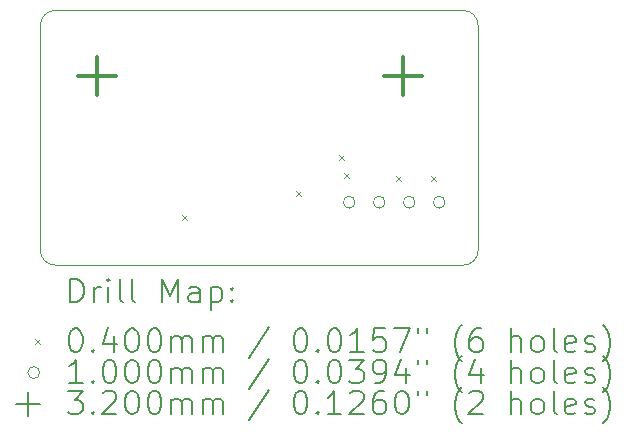
<source format=gbr>
%TF.GenerationSoftware,KiCad,Pcbnew,(6.0.8)*%
%TF.CreationDate,2023-02-11T17:00:48+01:00*%
%TF.ProjectId,BTS50010_TestBoard,42545335-3030-4313-905f-54657374426f,rev?*%
%TF.SameCoordinates,Original*%
%TF.FileFunction,Drillmap*%
%TF.FilePolarity,Positive*%
%FSLAX45Y45*%
G04 Gerber Fmt 4.5, Leading zero omitted, Abs format (unit mm)*
G04 Created by KiCad (PCBNEW (6.0.8)) date 2023-02-11 17:00:48*
%MOMM*%
%LPD*%
G01*
G04 APERTURE LIST*
%ADD10C,0.100000*%
%ADD11C,0.200000*%
%ADD12C,0.040000*%
%ADD13C,0.320000*%
G04 APERTURE END LIST*
D10*
X6781800Y-4572000D02*
X6780897Y-2667903D01*
X3201303Y-2540903D02*
X6653897Y-2540903D01*
X3074303Y-4571097D02*
X3074303Y-2667903D01*
X6654800Y-4699000D02*
X3201303Y-4698097D01*
X3201303Y-2540903D02*
G75*
G03*
X3074303Y-2667903I-3J-126997D01*
G01*
X3074303Y-4571097D02*
G75*
G03*
X3201303Y-4698097I126997J-3D01*
G01*
X6654800Y-4699000D02*
G75*
G03*
X6781800Y-4572000I0J127000D01*
G01*
X6780897Y-2667903D02*
G75*
G03*
X6653897Y-2540903I-126997J3D01*
G01*
D11*
D12*
X4272600Y-4272600D02*
X4312600Y-4312600D01*
X4312600Y-4272600D02*
X4272600Y-4312600D01*
X5237800Y-4069400D02*
X5277800Y-4109400D01*
X5277800Y-4069400D02*
X5237800Y-4109400D01*
X5606100Y-3764600D02*
X5646100Y-3804600D01*
X5646100Y-3764600D02*
X5606100Y-3804600D01*
X5644200Y-3917000D02*
X5684200Y-3957000D01*
X5684200Y-3917000D02*
X5644200Y-3957000D01*
X6088700Y-3942400D02*
X6128700Y-3982400D01*
X6128700Y-3942400D02*
X6088700Y-3982400D01*
X6380800Y-3942400D02*
X6420800Y-3982400D01*
X6420800Y-3942400D02*
X6380800Y-3982400D01*
D10*
X5739600Y-4165600D02*
G75*
G03*
X5739600Y-4165600I-50000J0D01*
G01*
X5993600Y-4165600D02*
G75*
G03*
X5993600Y-4165600I-50000J0D01*
G01*
X6247600Y-4165600D02*
G75*
G03*
X6247600Y-4165600I-50000J0D01*
G01*
X6501600Y-4165600D02*
G75*
G03*
X6501600Y-4165600I-50000J0D01*
G01*
D13*
X3556000Y-2938800D02*
X3556000Y-3258800D01*
X3396000Y-3098800D02*
X3716000Y-3098800D01*
X6146800Y-2938800D02*
X6146800Y-3258800D01*
X5986800Y-3098800D02*
X6306800Y-3098800D01*
D11*
X3326922Y-5014476D02*
X3326922Y-4814476D01*
X3374541Y-4814476D01*
X3403112Y-4824000D01*
X3422160Y-4843048D01*
X3431683Y-4862095D01*
X3441207Y-4900190D01*
X3441207Y-4928762D01*
X3431683Y-4966857D01*
X3422160Y-4985905D01*
X3403112Y-5004952D01*
X3374541Y-5014476D01*
X3326922Y-5014476D01*
X3526922Y-5014476D02*
X3526922Y-4881143D01*
X3526922Y-4919238D02*
X3536445Y-4900190D01*
X3545969Y-4890667D01*
X3565017Y-4881143D01*
X3584064Y-4881143D01*
X3650731Y-5014476D02*
X3650731Y-4881143D01*
X3650731Y-4814476D02*
X3641207Y-4824000D01*
X3650731Y-4833524D01*
X3660255Y-4824000D01*
X3650731Y-4814476D01*
X3650731Y-4833524D01*
X3774541Y-5014476D02*
X3755493Y-5004952D01*
X3745969Y-4985905D01*
X3745969Y-4814476D01*
X3879303Y-5014476D02*
X3860255Y-5004952D01*
X3850731Y-4985905D01*
X3850731Y-4814476D01*
X4107874Y-5014476D02*
X4107874Y-4814476D01*
X4174541Y-4957333D01*
X4241207Y-4814476D01*
X4241207Y-5014476D01*
X4422160Y-5014476D02*
X4422160Y-4909714D01*
X4412636Y-4890667D01*
X4393588Y-4881143D01*
X4355493Y-4881143D01*
X4336445Y-4890667D01*
X4422160Y-5004952D02*
X4403112Y-5014476D01*
X4355493Y-5014476D01*
X4336445Y-5004952D01*
X4326922Y-4985905D01*
X4326922Y-4966857D01*
X4336445Y-4947810D01*
X4355493Y-4938286D01*
X4403112Y-4938286D01*
X4422160Y-4928762D01*
X4517398Y-4881143D02*
X4517398Y-5081143D01*
X4517398Y-4890667D02*
X4536445Y-4881143D01*
X4574541Y-4881143D01*
X4593588Y-4890667D01*
X4603112Y-4900190D01*
X4612636Y-4919238D01*
X4612636Y-4976381D01*
X4603112Y-4995429D01*
X4593588Y-5004952D01*
X4574541Y-5014476D01*
X4536445Y-5014476D01*
X4517398Y-5004952D01*
X4698350Y-4995429D02*
X4707874Y-5004952D01*
X4698350Y-5014476D01*
X4688826Y-5004952D01*
X4698350Y-4995429D01*
X4698350Y-5014476D01*
X4698350Y-4890667D02*
X4707874Y-4900190D01*
X4698350Y-4909714D01*
X4688826Y-4900190D01*
X4698350Y-4890667D01*
X4698350Y-4909714D01*
D12*
X3029303Y-5324000D02*
X3069303Y-5364000D01*
X3069303Y-5324000D02*
X3029303Y-5364000D01*
D11*
X3365017Y-5234476D02*
X3384064Y-5234476D01*
X3403112Y-5244000D01*
X3412636Y-5253524D01*
X3422160Y-5272571D01*
X3431683Y-5310667D01*
X3431683Y-5358286D01*
X3422160Y-5396381D01*
X3412636Y-5415429D01*
X3403112Y-5424952D01*
X3384064Y-5434476D01*
X3365017Y-5434476D01*
X3345969Y-5424952D01*
X3336445Y-5415429D01*
X3326922Y-5396381D01*
X3317398Y-5358286D01*
X3317398Y-5310667D01*
X3326922Y-5272571D01*
X3336445Y-5253524D01*
X3345969Y-5244000D01*
X3365017Y-5234476D01*
X3517398Y-5415429D02*
X3526922Y-5424952D01*
X3517398Y-5434476D01*
X3507874Y-5424952D01*
X3517398Y-5415429D01*
X3517398Y-5434476D01*
X3698350Y-5301143D02*
X3698350Y-5434476D01*
X3650731Y-5224952D02*
X3603112Y-5367810D01*
X3726922Y-5367810D01*
X3841207Y-5234476D02*
X3860255Y-5234476D01*
X3879303Y-5244000D01*
X3888826Y-5253524D01*
X3898350Y-5272571D01*
X3907874Y-5310667D01*
X3907874Y-5358286D01*
X3898350Y-5396381D01*
X3888826Y-5415429D01*
X3879303Y-5424952D01*
X3860255Y-5434476D01*
X3841207Y-5434476D01*
X3822160Y-5424952D01*
X3812636Y-5415429D01*
X3803112Y-5396381D01*
X3793588Y-5358286D01*
X3793588Y-5310667D01*
X3803112Y-5272571D01*
X3812636Y-5253524D01*
X3822160Y-5244000D01*
X3841207Y-5234476D01*
X4031683Y-5234476D02*
X4050731Y-5234476D01*
X4069779Y-5244000D01*
X4079303Y-5253524D01*
X4088826Y-5272571D01*
X4098350Y-5310667D01*
X4098350Y-5358286D01*
X4088826Y-5396381D01*
X4079303Y-5415429D01*
X4069779Y-5424952D01*
X4050731Y-5434476D01*
X4031683Y-5434476D01*
X4012636Y-5424952D01*
X4003112Y-5415429D01*
X3993588Y-5396381D01*
X3984064Y-5358286D01*
X3984064Y-5310667D01*
X3993588Y-5272571D01*
X4003112Y-5253524D01*
X4012636Y-5244000D01*
X4031683Y-5234476D01*
X4184064Y-5434476D02*
X4184064Y-5301143D01*
X4184064Y-5320190D02*
X4193588Y-5310667D01*
X4212636Y-5301143D01*
X4241207Y-5301143D01*
X4260255Y-5310667D01*
X4269779Y-5329714D01*
X4269779Y-5434476D01*
X4269779Y-5329714D02*
X4279303Y-5310667D01*
X4298350Y-5301143D01*
X4326922Y-5301143D01*
X4345969Y-5310667D01*
X4355493Y-5329714D01*
X4355493Y-5434476D01*
X4450731Y-5434476D02*
X4450731Y-5301143D01*
X4450731Y-5320190D02*
X4460255Y-5310667D01*
X4479303Y-5301143D01*
X4507874Y-5301143D01*
X4526922Y-5310667D01*
X4536445Y-5329714D01*
X4536445Y-5434476D01*
X4536445Y-5329714D02*
X4545969Y-5310667D01*
X4565017Y-5301143D01*
X4593588Y-5301143D01*
X4612636Y-5310667D01*
X4622160Y-5329714D01*
X4622160Y-5434476D01*
X5012636Y-5224952D02*
X4841207Y-5482095D01*
X5269779Y-5234476D02*
X5288826Y-5234476D01*
X5307874Y-5244000D01*
X5317398Y-5253524D01*
X5326922Y-5272571D01*
X5336445Y-5310667D01*
X5336445Y-5358286D01*
X5326922Y-5396381D01*
X5317398Y-5415429D01*
X5307874Y-5424952D01*
X5288826Y-5434476D01*
X5269779Y-5434476D01*
X5250731Y-5424952D01*
X5241207Y-5415429D01*
X5231684Y-5396381D01*
X5222160Y-5358286D01*
X5222160Y-5310667D01*
X5231684Y-5272571D01*
X5241207Y-5253524D01*
X5250731Y-5244000D01*
X5269779Y-5234476D01*
X5422160Y-5415429D02*
X5431684Y-5424952D01*
X5422160Y-5434476D01*
X5412636Y-5424952D01*
X5422160Y-5415429D01*
X5422160Y-5434476D01*
X5555493Y-5234476D02*
X5574541Y-5234476D01*
X5593588Y-5244000D01*
X5603112Y-5253524D01*
X5612636Y-5272571D01*
X5622160Y-5310667D01*
X5622160Y-5358286D01*
X5612636Y-5396381D01*
X5603112Y-5415429D01*
X5593588Y-5424952D01*
X5574541Y-5434476D01*
X5555493Y-5434476D01*
X5536445Y-5424952D01*
X5526922Y-5415429D01*
X5517398Y-5396381D01*
X5507874Y-5358286D01*
X5507874Y-5310667D01*
X5517398Y-5272571D01*
X5526922Y-5253524D01*
X5536445Y-5244000D01*
X5555493Y-5234476D01*
X5812636Y-5434476D02*
X5698350Y-5434476D01*
X5755493Y-5434476D02*
X5755493Y-5234476D01*
X5736445Y-5263048D01*
X5717398Y-5282095D01*
X5698350Y-5291619D01*
X5993588Y-5234476D02*
X5898350Y-5234476D01*
X5888826Y-5329714D01*
X5898350Y-5320190D01*
X5917398Y-5310667D01*
X5965017Y-5310667D01*
X5984064Y-5320190D01*
X5993588Y-5329714D01*
X6003112Y-5348762D01*
X6003112Y-5396381D01*
X5993588Y-5415429D01*
X5984064Y-5424952D01*
X5965017Y-5434476D01*
X5917398Y-5434476D01*
X5898350Y-5424952D01*
X5888826Y-5415429D01*
X6069779Y-5234476D02*
X6203112Y-5234476D01*
X6117398Y-5434476D01*
X6269779Y-5234476D02*
X6269779Y-5272571D01*
X6345969Y-5234476D02*
X6345969Y-5272571D01*
X6641207Y-5510667D02*
X6631683Y-5501143D01*
X6612636Y-5472571D01*
X6603112Y-5453524D01*
X6593588Y-5424952D01*
X6584064Y-5377333D01*
X6584064Y-5339238D01*
X6593588Y-5291619D01*
X6603112Y-5263048D01*
X6612636Y-5244000D01*
X6631683Y-5215429D01*
X6641207Y-5205905D01*
X6803112Y-5234476D02*
X6765017Y-5234476D01*
X6745969Y-5244000D01*
X6736445Y-5253524D01*
X6717398Y-5282095D01*
X6707874Y-5320190D01*
X6707874Y-5396381D01*
X6717398Y-5415429D01*
X6726922Y-5424952D01*
X6745969Y-5434476D01*
X6784064Y-5434476D01*
X6803112Y-5424952D01*
X6812636Y-5415429D01*
X6822160Y-5396381D01*
X6822160Y-5348762D01*
X6812636Y-5329714D01*
X6803112Y-5320190D01*
X6784064Y-5310667D01*
X6745969Y-5310667D01*
X6726922Y-5320190D01*
X6717398Y-5329714D01*
X6707874Y-5348762D01*
X7060255Y-5434476D02*
X7060255Y-5234476D01*
X7145969Y-5434476D02*
X7145969Y-5329714D01*
X7136445Y-5310667D01*
X7117398Y-5301143D01*
X7088826Y-5301143D01*
X7069779Y-5310667D01*
X7060255Y-5320190D01*
X7269779Y-5434476D02*
X7250731Y-5424952D01*
X7241207Y-5415429D01*
X7231683Y-5396381D01*
X7231683Y-5339238D01*
X7241207Y-5320190D01*
X7250731Y-5310667D01*
X7269779Y-5301143D01*
X7298350Y-5301143D01*
X7317398Y-5310667D01*
X7326922Y-5320190D01*
X7336445Y-5339238D01*
X7336445Y-5396381D01*
X7326922Y-5415429D01*
X7317398Y-5424952D01*
X7298350Y-5434476D01*
X7269779Y-5434476D01*
X7450731Y-5434476D02*
X7431683Y-5424952D01*
X7422160Y-5405905D01*
X7422160Y-5234476D01*
X7603112Y-5424952D02*
X7584064Y-5434476D01*
X7545969Y-5434476D01*
X7526922Y-5424952D01*
X7517398Y-5405905D01*
X7517398Y-5329714D01*
X7526922Y-5310667D01*
X7545969Y-5301143D01*
X7584064Y-5301143D01*
X7603112Y-5310667D01*
X7612636Y-5329714D01*
X7612636Y-5348762D01*
X7517398Y-5367810D01*
X7688826Y-5424952D02*
X7707874Y-5434476D01*
X7745969Y-5434476D01*
X7765017Y-5424952D01*
X7774541Y-5405905D01*
X7774541Y-5396381D01*
X7765017Y-5377333D01*
X7745969Y-5367810D01*
X7717398Y-5367810D01*
X7698350Y-5358286D01*
X7688826Y-5339238D01*
X7688826Y-5329714D01*
X7698350Y-5310667D01*
X7717398Y-5301143D01*
X7745969Y-5301143D01*
X7765017Y-5310667D01*
X7841207Y-5510667D02*
X7850731Y-5501143D01*
X7869779Y-5472571D01*
X7879302Y-5453524D01*
X7888826Y-5424952D01*
X7898350Y-5377333D01*
X7898350Y-5339238D01*
X7888826Y-5291619D01*
X7879302Y-5263048D01*
X7869779Y-5244000D01*
X7850731Y-5215429D01*
X7841207Y-5205905D01*
D10*
X3069303Y-5608000D02*
G75*
G03*
X3069303Y-5608000I-50000J0D01*
G01*
D11*
X3431683Y-5698476D02*
X3317398Y-5698476D01*
X3374541Y-5698476D02*
X3374541Y-5498476D01*
X3355493Y-5527048D01*
X3336445Y-5546095D01*
X3317398Y-5555619D01*
X3517398Y-5679428D02*
X3526922Y-5688952D01*
X3517398Y-5698476D01*
X3507874Y-5688952D01*
X3517398Y-5679428D01*
X3517398Y-5698476D01*
X3650731Y-5498476D02*
X3669779Y-5498476D01*
X3688826Y-5508000D01*
X3698350Y-5517524D01*
X3707874Y-5536571D01*
X3717398Y-5574667D01*
X3717398Y-5622286D01*
X3707874Y-5660381D01*
X3698350Y-5679428D01*
X3688826Y-5688952D01*
X3669779Y-5698476D01*
X3650731Y-5698476D01*
X3631683Y-5688952D01*
X3622160Y-5679428D01*
X3612636Y-5660381D01*
X3603112Y-5622286D01*
X3603112Y-5574667D01*
X3612636Y-5536571D01*
X3622160Y-5517524D01*
X3631683Y-5508000D01*
X3650731Y-5498476D01*
X3841207Y-5498476D02*
X3860255Y-5498476D01*
X3879303Y-5508000D01*
X3888826Y-5517524D01*
X3898350Y-5536571D01*
X3907874Y-5574667D01*
X3907874Y-5622286D01*
X3898350Y-5660381D01*
X3888826Y-5679428D01*
X3879303Y-5688952D01*
X3860255Y-5698476D01*
X3841207Y-5698476D01*
X3822160Y-5688952D01*
X3812636Y-5679428D01*
X3803112Y-5660381D01*
X3793588Y-5622286D01*
X3793588Y-5574667D01*
X3803112Y-5536571D01*
X3812636Y-5517524D01*
X3822160Y-5508000D01*
X3841207Y-5498476D01*
X4031683Y-5498476D02*
X4050731Y-5498476D01*
X4069779Y-5508000D01*
X4079303Y-5517524D01*
X4088826Y-5536571D01*
X4098350Y-5574667D01*
X4098350Y-5622286D01*
X4088826Y-5660381D01*
X4079303Y-5679428D01*
X4069779Y-5688952D01*
X4050731Y-5698476D01*
X4031683Y-5698476D01*
X4012636Y-5688952D01*
X4003112Y-5679428D01*
X3993588Y-5660381D01*
X3984064Y-5622286D01*
X3984064Y-5574667D01*
X3993588Y-5536571D01*
X4003112Y-5517524D01*
X4012636Y-5508000D01*
X4031683Y-5498476D01*
X4184064Y-5698476D02*
X4184064Y-5565143D01*
X4184064Y-5584190D02*
X4193588Y-5574667D01*
X4212636Y-5565143D01*
X4241207Y-5565143D01*
X4260255Y-5574667D01*
X4269779Y-5593714D01*
X4269779Y-5698476D01*
X4269779Y-5593714D02*
X4279303Y-5574667D01*
X4298350Y-5565143D01*
X4326922Y-5565143D01*
X4345969Y-5574667D01*
X4355493Y-5593714D01*
X4355493Y-5698476D01*
X4450731Y-5698476D02*
X4450731Y-5565143D01*
X4450731Y-5584190D02*
X4460255Y-5574667D01*
X4479303Y-5565143D01*
X4507874Y-5565143D01*
X4526922Y-5574667D01*
X4536445Y-5593714D01*
X4536445Y-5698476D01*
X4536445Y-5593714D02*
X4545969Y-5574667D01*
X4565017Y-5565143D01*
X4593588Y-5565143D01*
X4612636Y-5574667D01*
X4622160Y-5593714D01*
X4622160Y-5698476D01*
X5012636Y-5488952D02*
X4841207Y-5746095D01*
X5269779Y-5498476D02*
X5288826Y-5498476D01*
X5307874Y-5508000D01*
X5317398Y-5517524D01*
X5326922Y-5536571D01*
X5336445Y-5574667D01*
X5336445Y-5622286D01*
X5326922Y-5660381D01*
X5317398Y-5679428D01*
X5307874Y-5688952D01*
X5288826Y-5698476D01*
X5269779Y-5698476D01*
X5250731Y-5688952D01*
X5241207Y-5679428D01*
X5231684Y-5660381D01*
X5222160Y-5622286D01*
X5222160Y-5574667D01*
X5231684Y-5536571D01*
X5241207Y-5517524D01*
X5250731Y-5508000D01*
X5269779Y-5498476D01*
X5422160Y-5679428D02*
X5431684Y-5688952D01*
X5422160Y-5698476D01*
X5412636Y-5688952D01*
X5422160Y-5679428D01*
X5422160Y-5698476D01*
X5555493Y-5498476D02*
X5574541Y-5498476D01*
X5593588Y-5508000D01*
X5603112Y-5517524D01*
X5612636Y-5536571D01*
X5622160Y-5574667D01*
X5622160Y-5622286D01*
X5612636Y-5660381D01*
X5603112Y-5679428D01*
X5593588Y-5688952D01*
X5574541Y-5698476D01*
X5555493Y-5698476D01*
X5536445Y-5688952D01*
X5526922Y-5679428D01*
X5517398Y-5660381D01*
X5507874Y-5622286D01*
X5507874Y-5574667D01*
X5517398Y-5536571D01*
X5526922Y-5517524D01*
X5536445Y-5508000D01*
X5555493Y-5498476D01*
X5688826Y-5498476D02*
X5812636Y-5498476D01*
X5745969Y-5574667D01*
X5774541Y-5574667D01*
X5793588Y-5584190D01*
X5803112Y-5593714D01*
X5812636Y-5612762D01*
X5812636Y-5660381D01*
X5803112Y-5679428D01*
X5793588Y-5688952D01*
X5774541Y-5698476D01*
X5717398Y-5698476D01*
X5698350Y-5688952D01*
X5688826Y-5679428D01*
X5907874Y-5698476D02*
X5945969Y-5698476D01*
X5965017Y-5688952D01*
X5974541Y-5679428D01*
X5993588Y-5650857D01*
X6003112Y-5612762D01*
X6003112Y-5536571D01*
X5993588Y-5517524D01*
X5984064Y-5508000D01*
X5965017Y-5498476D01*
X5926922Y-5498476D01*
X5907874Y-5508000D01*
X5898350Y-5517524D01*
X5888826Y-5536571D01*
X5888826Y-5584190D01*
X5898350Y-5603238D01*
X5907874Y-5612762D01*
X5926922Y-5622286D01*
X5965017Y-5622286D01*
X5984064Y-5612762D01*
X5993588Y-5603238D01*
X6003112Y-5584190D01*
X6174541Y-5565143D02*
X6174541Y-5698476D01*
X6126922Y-5488952D02*
X6079302Y-5631809D01*
X6203112Y-5631809D01*
X6269779Y-5498476D02*
X6269779Y-5536571D01*
X6345969Y-5498476D02*
X6345969Y-5536571D01*
X6641207Y-5774667D02*
X6631683Y-5765143D01*
X6612636Y-5736571D01*
X6603112Y-5717524D01*
X6593588Y-5688952D01*
X6584064Y-5641333D01*
X6584064Y-5603238D01*
X6593588Y-5555619D01*
X6603112Y-5527048D01*
X6612636Y-5508000D01*
X6631683Y-5479429D01*
X6641207Y-5469905D01*
X6803112Y-5565143D02*
X6803112Y-5698476D01*
X6755493Y-5488952D02*
X6707874Y-5631809D01*
X6831683Y-5631809D01*
X7060255Y-5698476D02*
X7060255Y-5498476D01*
X7145969Y-5698476D02*
X7145969Y-5593714D01*
X7136445Y-5574667D01*
X7117398Y-5565143D01*
X7088826Y-5565143D01*
X7069779Y-5574667D01*
X7060255Y-5584190D01*
X7269779Y-5698476D02*
X7250731Y-5688952D01*
X7241207Y-5679428D01*
X7231683Y-5660381D01*
X7231683Y-5603238D01*
X7241207Y-5584190D01*
X7250731Y-5574667D01*
X7269779Y-5565143D01*
X7298350Y-5565143D01*
X7317398Y-5574667D01*
X7326922Y-5584190D01*
X7336445Y-5603238D01*
X7336445Y-5660381D01*
X7326922Y-5679428D01*
X7317398Y-5688952D01*
X7298350Y-5698476D01*
X7269779Y-5698476D01*
X7450731Y-5698476D02*
X7431683Y-5688952D01*
X7422160Y-5669905D01*
X7422160Y-5498476D01*
X7603112Y-5688952D02*
X7584064Y-5698476D01*
X7545969Y-5698476D01*
X7526922Y-5688952D01*
X7517398Y-5669905D01*
X7517398Y-5593714D01*
X7526922Y-5574667D01*
X7545969Y-5565143D01*
X7584064Y-5565143D01*
X7603112Y-5574667D01*
X7612636Y-5593714D01*
X7612636Y-5612762D01*
X7517398Y-5631809D01*
X7688826Y-5688952D02*
X7707874Y-5698476D01*
X7745969Y-5698476D01*
X7765017Y-5688952D01*
X7774541Y-5669905D01*
X7774541Y-5660381D01*
X7765017Y-5641333D01*
X7745969Y-5631809D01*
X7717398Y-5631809D01*
X7698350Y-5622286D01*
X7688826Y-5603238D01*
X7688826Y-5593714D01*
X7698350Y-5574667D01*
X7717398Y-5565143D01*
X7745969Y-5565143D01*
X7765017Y-5574667D01*
X7841207Y-5774667D02*
X7850731Y-5765143D01*
X7869779Y-5736571D01*
X7879302Y-5717524D01*
X7888826Y-5688952D01*
X7898350Y-5641333D01*
X7898350Y-5603238D01*
X7888826Y-5555619D01*
X7879302Y-5527048D01*
X7869779Y-5508000D01*
X7850731Y-5479429D01*
X7841207Y-5469905D01*
X2969303Y-5772000D02*
X2969303Y-5972000D01*
X2869303Y-5872000D02*
X3069303Y-5872000D01*
X3307874Y-5762476D02*
X3431683Y-5762476D01*
X3365017Y-5838667D01*
X3393588Y-5838667D01*
X3412636Y-5848190D01*
X3422160Y-5857714D01*
X3431683Y-5876762D01*
X3431683Y-5924381D01*
X3422160Y-5943428D01*
X3412636Y-5952952D01*
X3393588Y-5962476D01*
X3336445Y-5962476D01*
X3317398Y-5952952D01*
X3307874Y-5943428D01*
X3517398Y-5943428D02*
X3526922Y-5952952D01*
X3517398Y-5962476D01*
X3507874Y-5952952D01*
X3517398Y-5943428D01*
X3517398Y-5962476D01*
X3603112Y-5781524D02*
X3612636Y-5772000D01*
X3631683Y-5762476D01*
X3679303Y-5762476D01*
X3698350Y-5772000D01*
X3707874Y-5781524D01*
X3717398Y-5800571D01*
X3717398Y-5819619D01*
X3707874Y-5848190D01*
X3593588Y-5962476D01*
X3717398Y-5962476D01*
X3841207Y-5762476D02*
X3860255Y-5762476D01*
X3879303Y-5772000D01*
X3888826Y-5781524D01*
X3898350Y-5800571D01*
X3907874Y-5838667D01*
X3907874Y-5886286D01*
X3898350Y-5924381D01*
X3888826Y-5943428D01*
X3879303Y-5952952D01*
X3860255Y-5962476D01*
X3841207Y-5962476D01*
X3822160Y-5952952D01*
X3812636Y-5943428D01*
X3803112Y-5924381D01*
X3793588Y-5886286D01*
X3793588Y-5838667D01*
X3803112Y-5800571D01*
X3812636Y-5781524D01*
X3822160Y-5772000D01*
X3841207Y-5762476D01*
X4031683Y-5762476D02*
X4050731Y-5762476D01*
X4069779Y-5772000D01*
X4079303Y-5781524D01*
X4088826Y-5800571D01*
X4098350Y-5838667D01*
X4098350Y-5886286D01*
X4088826Y-5924381D01*
X4079303Y-5943428D01*
X4069779Y-5952952D01*
X4050731Y-5962476D01*
X4031683Y-5962476D01*
X4012636Y-5952952D01*
X4003112Y-5943428D01*
X3993588Y-5924381D01*
X3984064Y-5886286D01*
X3984064Y-5838667D01*
X3993588Y-5800571D01*
X4003112Y-5781524D01*
X4012636Y-5772000D01*
X4031683Y-5762476D01*
X4184064Y-5962476D02*
X4184064Y-5829143D01*
X4184064Y-5848190D02*
X4193588Y-5838667D01*
X4212636Y-5829143D01*
X4241207Y-5829143D01*
X4260255Y-5838667D01*
X4269779Y-5857714D01*
X4269779Y-5962476D01*
X4269779Y-5857714D02*
X4279303Y-5838667D01*
X4298350Y-5829143D01*
X4326922Y-5829143D01*
X4345969Y-5838667D01*
X4355493Y-5857714D01*
X4355493Y-5962476D01*
X4450731Y-5962476D02*
X4450731Y-5829143D01*
X4450731Y-5848190D02*
X4460255Y-5838667D01*
X4479303Y-5829143D01*
X4507874Y-5829143D01*
X4526922Y-5838667D01*
X4536445Y-5857714D01*
X4536445Y-5962476D01*
X4536445Y-5857714D02*
X4545969Y-5838667D01*
X4565017Y-5829143D01*
X4593588Y-5829143D01*
X4612636Y-5838667D01*
X4622160Y-5857714D01*
X4622160Y-5962476D01*
X5012636Y-5752952D02*
X4841207Y-6010095D01*
X5269779Y-5762476D02*
X5288826Y-5762476D01*
X5307874Y-5772000D01*
X5317398Y-5781524D01*
X5326922Y-5800571D01*
X5336445Y-5838667D01*
X5336445Y-5886286D01*
X5326922Y-5924381D01*
X5317398Y-5943428D01*
X5307874Y-5952952D01*
X5288826Y-5962476D01*
X5269779Y-5962476D01*
X5250731Y-5952952D01*
X5241207Y-5943428D01*
X5231684Y-5924381D01*
X5222160Y-5886286D01*
X5222160Y-5838667D01*
X5231684Y-5800571D01*
X5241207Y-5781524D01*
X5250731Y-5772000D01*
X5269779Y-5762476D01*
X5422160Y-5943428D02*
X5431684Y-5952952D01*
X5422160Y-5962476D01*
X5412636Y-5952952D01*
X5422160Y-5943428D01*
X5422160Y-5962476D01*
X5622160Y-5962476D02*
X5507874Y-5962476D01*
X5565017Y-5962476D02*
X5565017Y-5762476D01*
X5545969Y-5791048D01*
X5526922Y-5810095D01*
X5507874Y-5819619D01*
X5698350Y-5781524D02*
X5707874Y-5772000D01*
X5726922Y-5762476D01*
X5774541Y-5762476D01*
X5793588Y-5772000D01*
X5803112Y-5781524D01*
X5812636Y-5800571D01*
X5812636Y-5819619D01*
X5803112Y-5848190D01*
X5688826Y-5962476D01*
X5812636Y-5962476D01*
X5984064Y-5762476D02*
X5945969Y-5762476D01*
X5926922Y-5772000D01*
X5917398Y-5781524D01*
X5898350Y-5810095D01*
X5888826Y-5848190D01*
X5888826Y-5924381D01*
X5898350Y-5943428D01*
X5907874Y-5952952D01*
X5926922Y-5962476D01*
X5965017Y-5962476D01*
X5984064Y-5952952D01*
X5993588Y-5943428D01*
X6003112Y-5924381D01*
X6003112Y-5876762D01*
X5993588Y-5857714D01*
X5984064Y-5848190D01*
X5965017Y-5838667D01*
X5926922Y-5838667D01*
X5907874Y-5848190D01*
X5898350Y-5857714D01*
X5888826Y-5876762D01*
X6126922Y-5762476D02*
X6145969Y-5762476D01*
X6165017Y-5772000D01*
X6174541Y-5781524D01*
X6184064Y-5800571D01*
X6193588Y-5838667D01*
X6193588Y-5886286D01*
X6184064Y-5924381D01*
X6174541Y-5943428D01*
X6165017Y-5952952D01*
X6145969Y-5962476D01*
X6126922Y-5962476D01*
X6107874Y-5952952D01*
X6098350Y-5943428D01*
X6088826Y-5924381D01*
X6079302Y-5886286D01*
X6079302Y-5838667D01*
X6088826Y-5800571D01*
X6098350Y-5781524D01*
X6107874Y-5772000D01*
X6126922Y-5762476D01*
X6269779Y-5762476D02*
X6269779Y-5800571D01*
X6345969Y-5762476D02*
X6345969Y-5800571D01*
X6641207Y-6038667D02*
X6631683Y-6029143D01*
X6612636Y-6000571D01*
X6603112Y-5981524D01*
X6593588Y-5952952D01*
X6584064Y-5905333D01*
X6584064Y-5867238D01*
X6593588Y-5819619D01*
X6603112Y-5791048D01*
X6612636Y-5772000D01*
X6631683Y-5743428D01*
X6641207Y-5733905D01*
X6707874Y-5781524D02*
X6717398Y-5772000D01*
X6736445Y-5762476D01*
X6784064Y-5762476D01*
X6803112Y-5772000D01*
X6812636Y-5781524D01*
X6822160Y-5800571D01*
X6822160Y-5819619D01*
X6812636Y-5848190D01*
X6698350Y-5962476D01*
X6822160Y-5962476D01*
X7060255Y-5962476D02*
X7060255Y-5762476D01*
X7145969Y-5962476D02*
X7145969Y-5857714D01*
X7136445Y-5838667D01*
X7117398Y-5829143D01*
X7088826Y-5829143D01*
X7069779Y-5838667D01*
X7060255Y-5848190D01*
X7269779Y-5962476D02*
X7250731Y-5952952D01*
X7241207Y-5943428D01*
X7231683Y-5924381D01*
X7231683Y-5867238D01*
X7241207Y-5848190D01*
X7250731Y-5838667D01*
X7269779Y-5829143D01*
X7298350Y-5829143D01*
X7317398Y-5838667D01*
X7326922Y-5848190D01*
X7336445Y-5867238D01*
X7336445Y-5924381D01*
X7326922Y-5943428D01*
X7317398Y-5952952D01*
X7298350Y-5962476D01*
X7269779Y-5962476D01*
X7450731Y-5962476D02*
X7431683Y-5952952D01*
X7422160Y-5933905D01*
X7422160Y-5762476D01*
X7603112Y-5952952D02*
X7584064Y-5962476D01*
X7545969Y-5962476D01*
X7526922Y-5952952D01*
X7517398Y-5933905D01*
X7517398Y-5857714D01*
X7526922Y-5838667D01*
X7545969Y-5829143D01*
X7584064Y-5829143D01*
X7603112Y-5838667D01*
X7612636Y-5857714D01*
X7612636Y-5876762D01*
X7517398Y-5895809D01*
X7688826Y-5952952D02*
X7707874Y-5962476D01*
X7745969Y-5962476D01*
X7765017Y-5952952D01*
X7774541Y-5933905D01*
X7774541Y-5924381D01*
X7765017Y-5905333D01*
X7745969Y-5895809D01*
X7717398Y-5895809D01*
X7698350Y-5886286D01*
X7688826Y-5867238D01*
X7688826Y-5857714D01*
X7698350Y-5838667D01*
X7717398Y-5829143D01*
X7745969Y-5829143D01*
X7765017Y-5838667D01*
X7841207Y-6038667D02*
X7850731Y-6029143D01*
X7869779Y-6000571D01*
X7879302Y-5981524D01*
X7888826Y-5952952D01*
X7898350Y-5905333D01*
X7898350Y-5867238D01*
X7888826Y-5819619D01*
X7879302Y-5791048D01*
X7869779Y-5772000D01*
X7850731Y-5743428D01*
X7841207Y-5733905D01*
M02*

</source>
